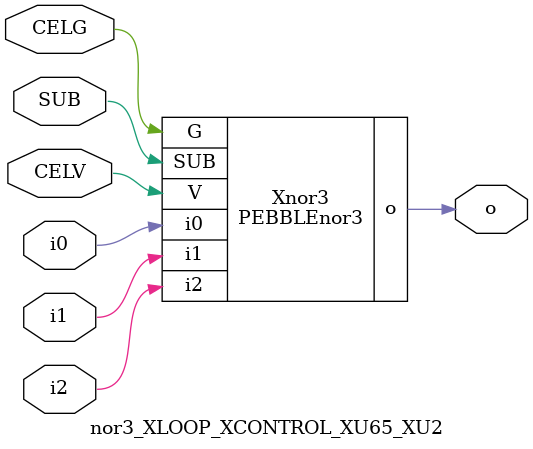
<source format=v>



module PEBBLEnor3 ( o, G, SUB, V, i0, i1, i2 );

  input i0;
  input V;
  input i2;
  input i1;
  input G;
  output o;
  input SUB;
endmodule

//Celera Confidential Do Not Copy nor3_XLOOP_XCONTROL_XU65_XU2
//Celera Confidential Symbol Generator
//NOR3
module nor3_XLOOP_XCONTROL_XU65_XU2 (CELV,CELG,i0,i1,i2,o,SUB);
input CELV;
input CELG;
input i0;
input i1;
input i2;
input SUB;
output o;

//Celera Confidential Do Not Copy nor3
PEBBLEnor3 Xnor3(
.V (CELV),
.i0 (i0),
.i1 (i1),
.i2 (i2),
.o (o),
.SUB (SUB),
.G (CELG)
);
//,diesize,PEBBLEnor3

//Celera Confidential Do Not Copy Module End
//Celera Schematic Generator
endmodule

</source>
